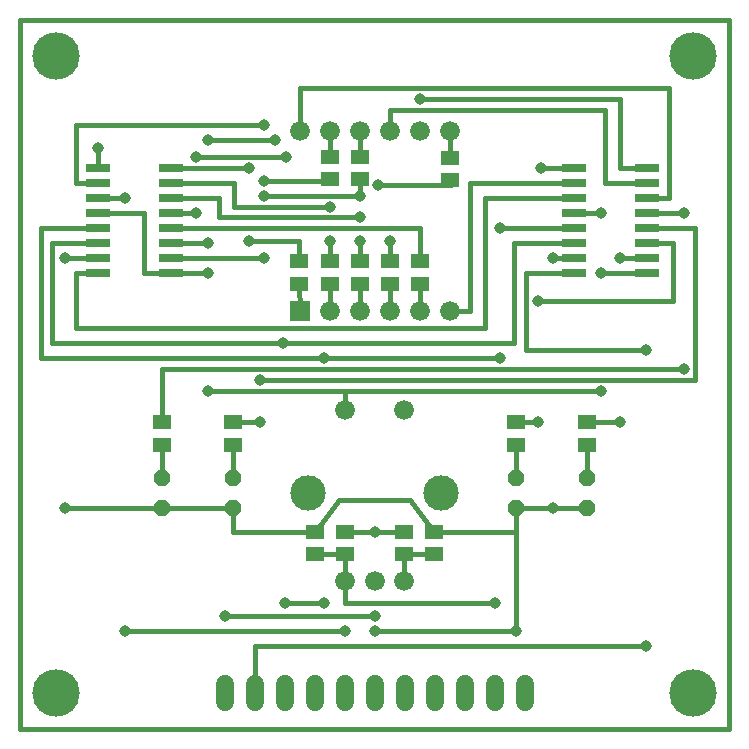
<source format=gbl>
G75*
%MOIN*%
%OFA0B0*%
%FSLAX25Y25*%
%IPPOS*%
%LPD*%
%AMOC8*
5,1,8,0,0,1.08239X$1,22.5*
%
%ADD10C,0.01600*%
%ADD11R,0.05906X0.05118*%
%ADD12C,0.06600*%
%ADD13C,0.11811*%
%ADD14R,0.06600X0.06600*%
%ADD15R,0.08000X0.02600*%
%ADD16OC8,0.05200*%
%ADD17C,0.06000*%
%ADD18C,0.03839*%
%ADD19C,0.15811*%
D10*
X0001800Y0001800D02*
X0001800Y0238020D01*
X0238020Y0238020D01*
X0238020Y0001800D01*
X0001800Y0001800D01*
X0036800Y0034300D02*
X0109910Y0034300D01*
X0110068Y0043857D02*
X0110068Y0051013D01*
X0110068Y0059930D01*
X0100068Y0059930D01*
X0100068Y0067410D02*
X0072666Y0067410D01*
X0072666Y0075540D01*
X0049044Y0075540D01*
X0016800Y0075550D01*
X0049044Y0085540D02*
X0049044Y0096485D01*
X0049044Y0103965D02*
X0049044Y0121800D01*
X0223050Y0121800D01*
X0226800Y0118050D02*
X0226800Y0168591D01*
X0210750Y0168591D01*
X0210750Y0163591D02*
X0219300Y0163591D01*
X0219300Y0144300D01*
X0174300Y0144300D01*
X0170550Y0153591D02*
X0186550Y0153591D01*
X0186550Y0158591D02*
X0179300Y0158591D01*
X0186550Y0163591D02*
X0166367Y0163591D01*
X0166367Y0130550D01*
X0089300Y0130550D01*
X0012233Y0130550D01*
X0012233Y0163591D01*
X0027830Y0163591D01*
X0027830Y0158591D02*
X0016800Y0158591D01*
X0020304Y0153591D02*
X0027830Y0153591D01*
X0020304Y0153591D02*
X0020304Y0135550D01*
X0156800Y0135550D01*
X0156800Y0178591D01*
X0186550Y0178591D01*
X0186550Y0173591D02*
X0195550Y0173591D01*
X0196800Y0183591D02*
X0196800Y0208050D01*
X0124910Y0208050D01*
X0124910Y0201091D01*
X0114910Y0201091D02*
X0114910Y0192548D01*
X0114910Y0185068D02*
X0114910Y0179359D01*
X0083050Y0179359D01*
X0083050Y0184300D02*
X0104909Y0184300D01*
X0104910Y0185068D01*
X0104910Y0192548D02*
X0104910Y0201091D01*
X0094910Y0201091D02*
X0094910Y0215550D01*
X0218050Y0215550D01*
X0218050Y0178591D01*
X0210750Y0178591D01*
X0210750Y0173591D02*
X0223050Y0173591D01*
X0210750Y0183591D02*
X0196800Y0183591D01*
X0201800Y0188591D02*
X0201800Y0211800D01*
X0134910Y0211800D01*
X0144910Y0201091D02*
X0144910Y0192154D01*
X0144910Y0184674D02*
X0145344Y0183050D01*
X0121091Y0183050D01*
X0114930Y0172272D02*
X0068050Y0172272D01*
X0068050Y0178591D01*
X0052030Y0178591D01*
X0052030Y0173591D02*
X0060550Y0173591D01*
X0059300Y0168591D02*
X0052030Y0168591D01*
X0052030Y0163591D02*
X0064300Y0163591D01*
X0059300Y0168591D02*
X0134910Y0168591D01*
X0134910Y0157617D01*
X0134910Y0150137D02*
X0134910Y0141091D01*
X0124910Y0141091D02*
X0124910Y0150137D01*
X0124910Y0157617D02*
X0124910Y0164398D01*
X0114930Y0164398D02*
X0114930Y0157617D01*
X0114930Y0150137D02*
X0114910Y0141091D01*
X0104910Y0141091D02*
X0104910Y0150137D01*
X0104910Y0157617D02*
X0104910Y0164398D01*
X0094881Y0164300D02*
X0094881Y0157617D01*
X0094881Y0164300D02*
X0078050Y0164300D01*
X0083050Y0158591D02*
X0052030Y0158591D01*
X0052030Y0153591D02*
X0064300Y0153591D01*
X0052030Y0153591D02*
X0043050Y0153572D01*
X0043050Y0173591D01*
X0027830Y0173591D01*
X0027830Y0168591D02*
X0008690Y0168591D01*
X0008690Y0125550D01*
X0103050Y0125550D01*
X0161800Y0125550D01*
X0170550Y0128050D02*
X0170550Y0153591D01*
X0161800Y0168591D02*
X0186550Y0168591D01*
X0186550Y0183591D02*
X0151800Y0183591D01*
X0151800Y0141091D01*
X0144910Y0141091D01*
X0170550Y0128050D02*
X0210550Y0128050D01*
X0195550Y0114300D02*
X0110068Y0114300D01*
X0110068Y0108099D01*
X0110068Y0114300D02*
X0064300Y0114300D01*
X0072666Y0103965D02*
X0081800Y0103965D01*
X0072666Y0096485D02*
X0072666Y0085540D01*
X0100068Y0067410D02*
X0108050Y0078050D01*
X0131800Y0078050D01*
X0139625Y0067410D01*
X0167154Y0067410D01*
X0167154Y0034300D01*
X0119910Y0034300D01*
X0119910Y0039300D02*
X0069910Y0039300D01*
X0079910Y0029300D02*
X0210550Y0029300D01*
X0167154Y0067410D02*
X0167154Y0075540D01*
X0179300Y0075540D01*
X0190776Y0075540D01*
X0190776Y0085540D02*
X0190776Y0096485D01*
X0190776Y0103965D02*
X0201800Y0103965D01*
X0226800Y0118050D02*
X0081800Y0118050D01*
X0094910Y0141091D02*
X0094881Y0150137D01*
X0104910Y0175816D02*
X0073050Y0175816D01*
X0073050Y0183591D01*
X0052030Y0183591D01*
X0052030Y0188591D02*
X0078050Y0188591D01*
X0086800Y0198050D02*
X0064300Y0198050D01*
X0060550Y0192351D02*
X0090550Y0192351D01*
X0083050Y0203050D02*
X0020550Y0203050D01*
X0020550Y0183591D01*
X0027830Y0183591D01*
X0027830Y0178591D02*
X0036800Y0178591D01*
X0027830Y0188591D02*
X0027830Y0195550D01*
X0110068Y0067410D02*
X0119910Y0067410D01*
X0129753Y0067410D01*
X0129753Y0059930D02*
X0139625Y0059930D01*
X0129753Y0059930D02*
X0129753Y0051013D01*
X0110068Y0043857D02*
X0159910Y0043857D01*
X0167154Y0085540D02*
X0167154Y0096485D01*
X0167154Y0103965D02*
X0174300Y0103965D01*
X0195550Y0153572D02*
X0210750Y0153591D01*
X0210750Y0158591D02*
X0201800Y0158591D01*
X0201800Y0188591D02*
X0210750Y0188591D01*
X0186550Y0188591D02*
X0175300Y0188591D01*
X0103050Y0043857D02*
X0089910Y0043857D01*
X0079910Y0029300D02*
X0079910Y0013611D01*
D11*
X0100068Y0059930D03*
X0100068Y0067410D03*
X0110068Y0067410D03*
X0110068Y0059930D03*
X0129753Y0059930D03*
X0129753Y0067410D03*
X0139625Y0067410D03*
X0139625Y0059930D03*
X0167154Y0096485D03*
X0167154Y0103965D03*
X0190776Y0103965D03*
X0190776Y0096485D03*
X0134910Y0150137D03*
X0134910Y0157617D03*
X0124910Y0157617D03*
X0124910Y0150137D03*
X0114930Y0150137D03*
X0114930Y0157617D03*
X0104910Y0157617D03*
X0104910Y0150137D03*
X0094881Y0150137D03*
X0094881Y0157617D03*
X0104910Y0185068D03*
X0104910Y0192548D03*
X0114910Y0192548D03*
X0114910Y0185068D03*
X0144910Y0184674D03*
X0144910Y0192154D03*
X0072666Y0103965D03*
X0072666Y0096485D03*
X0049044Y0096485D03*
X0049044Y0103965D03*
D12*
X0104910Y0141091D03*
X0114910Y0141091D03*
X0124910Y0141091D03*
X0134910Y0141091D03*
X0144910Y0141091D03*
X0129753Y0108099D03*
X0110068Y0108099D03*
X0110068Y0051013D03*
X0119910Y0051013D03*
X0129753Y0051013D03*
X0124910Y0201091D03*
X0134910Y0201091D03*
X0144910Y0201091D03*
X0114910Y0201091D03*
X0104910Y0201091D03*
X0094910Y0201091D03*
D13*
X0097863Y0080540D03*
X0141957Y0080540D03*
D14*
X0094910Y0141091D03*
D15*
X0052030Y0153591D03*
X0052030Y0158591D03*
X0052030Y0163591D03*
X0052030Y0168591D03*
X0052030Y0173591D03*
X0052030Y0178591D03*
X0052030Y0183591D03*
X0052030Y0188591D03*
X0027830Y0188591D03*
X0027830Y0183591D03*
X0027830Y0178591D03*
X0027830Y0173591D03*
X0027830Y0168591D03*
X0027830Y0163591D03*
X0027830Y0158591D03*
X0027830Y0153591D03*
X0186550Y0153591D03*
X0186550Y0158591D03*
X0186550Y0163591D03*
X0186550Y0168591D03*
X0186550Y0173591D03*
X0186550Y0178591D03*
X0186550Y0183591D03*
X0186550Y0188591D03*
X0210750Y0188591D03*
X0210750Y0183591D03*
X0210750Y0178591D03*
X0210750Y0173591D03*
X0210750Y0168591D03*
X0210750Y0163591D03*
X0210750Y0158591D03*
X0210750Y0153591D03*
D16*
X0190776Y0085540D03*
X0190776Y0075540D03*
X0167154Y0075540D03*
X0167154Y0085540D03*
X0072666Y0085540D03*
X0072666Y0075540D03*
X0049044Y0075540D03*
X0049044Y0085540D03*
D17*
X0069910Y0016611D02*
X0069910Y0010611D01*
X0079910Y0010611D02*
X0079910Y0016611D01*
X0089910Y0016611D02*
X0089910Y0010611D01*
X0099910Y0010611D02*
X0099910Y0016611D01*
X0109910Y0016611D02*
X0109910Y0010611D01*
X0119910Y0010611D02*
X0119910Y0016611D01*
X0129940Y0016739D02*
X0129940Y0010739D01*
X0139940Y0010739D02*
X0139940Y0016739D01*
X0149940Y0016739D02*
X0149940Y0010739D01*
X0159940Y0010739D02*
X0159940Y0016739D01*
X0169940Y0016739D02*
X0169940Y0010739D01*
D18*
X0167154Y0034300D03*
X0159910Y0043857D03*
X0179300Y0075540D03*
X0174300Y0103965D03*
X0195550Y0114300D03*
X0201800Y0103965D03*
X0223050Y0121800D03*
X0210550Y0128050D03*
X0195550Y0153572D03*
X0201800Y0158591D03*
X0195550Y0173591D03*
X0179300Y0158591D03*
X0174300Y0144300D03*
X0161800Y0125550D03*
X0124910Y0164398D03*
X0114930Y0164398D03*
X0114930Y0172272D03*
X0114910Y0179359D03*
X0121091Y0183050D03*
X0104910Y0175816D03*
X0104910Y0164398D03*
X0083050Y0158591D03*
X0078050Y0164300D03*
X0064300Y0163591D03*
X0064300Y0153591D03*
X0060550Y0173591D03*
X0078050Y0188591D03*
X0083050Y0184300D03*
X0083050Y0179359D03*
X0090550Y0192351D03*
X0086800Y0198050D03*
X0083050Y0203050D03*
X0064300Y0198050D03*
X0060550Y0192351D03*
X0036800Y0178591D03*
X0027830Y0195550D03*
X0016800Y0158591D03*
X0064300Y0114300D03*
X0081800Y0118050D03*
X0089300Y0130550D03*
X0103050Y0125550D03*
X0081800Y0103965D03*
X0119910Y0067410D03*
X0103050Y0043857D03*
X0109910Y0034300D03*
X0119910Y0034300D03*
X0119910Y0039300D03*
X0089910Y0043857D03*
X0069910Y0039300D03*
X0036800Y0034300D03*
X0016800Y0075550D03*
X0134910Y0211800D03*
X0175300Y0188591D03*
X0161800Y0168591D03*
X0223050Y0173591D03*
X0210550Y0029300D03*
D19*
X0226209Y0013611D03*
X0013611Y0013611D03*
X0013611Y0226209D03*
X0226209Y0226209D03*
M02*

</source>
